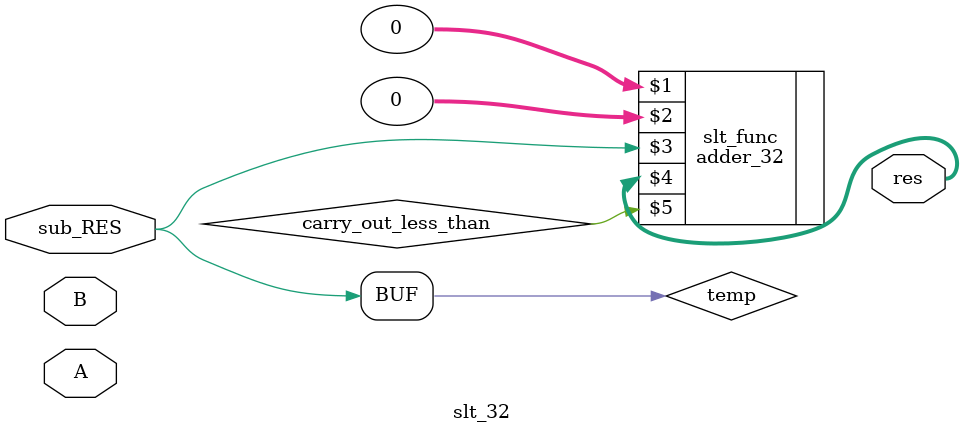
<source format=v>
module slt_32(res, A, B, sub_RES);
  output [31:0] res;
  input [31:0] A, B;
  input sub_RES;

  wire temp;
  wire carry_out_less_than;

  and (temp, sub_RES, 1'b1);
  adder_32 slt_func(32'b0, 32'b0, temp, res, carry_out_less_than);
endmodule

</source>
